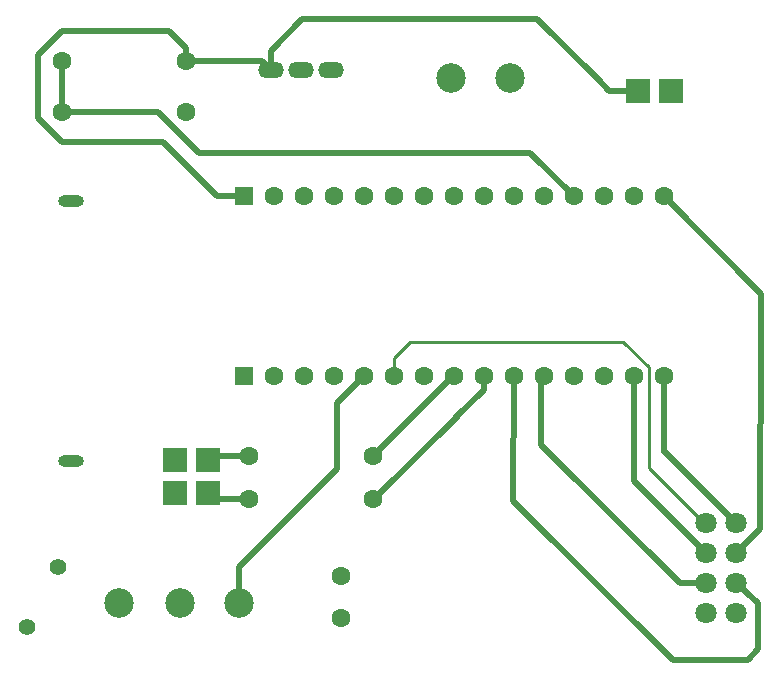
<source format=gtl>
G04 Layer: TopLayer*
G04 EasyEDA v6.5.48, 2025-03-28 08:07:08*
G04 329a1df1ed9a4316b028ac477401dd29,d846faf264e3498a955800aa56c0118d,10*
G04 Gerber Generator version 0.2*
G04 Scale: 100 percent, Rotated: No, Reflected: No *
G04 Dimensions in millimeters *
G04 leading zeros omitted , absolute positions ,4 integer and 5 decimal *
%FSLAX45Y45*%
%MOMM*%

%ADD10C,0.2540*%
%ADD11C,0.5000*%
%ADD12R,2.0000X2.0000*%
%ADD13C,1.8000*%
%ADD14C,1.6000*%
%ADD15R,1.6000X1.6000*%
%ADD16C,2.5000*%
%ADD17O,2.1999956000000003X1.3500100000000002*%
%ADD18O,2.1999956000000003X0.9999979999999999*%
%ADD19C,1.4000*%

%LPD*%
D10*
X6781800Y1473200D02*
G01*
X6642100Y1333500D01*
X6642100Y1181100D01*
X6781800Y1473200D02*
G01*
X8585200Y1473200D01*
X8801100Y1257300D01*
X8801100Y406400D01*
X9283700Y-76200D01*
D11*
X8674100Y1181100D02*
G01*
X8674354Y291592D01*
X5281168Y-736600D02*
G01*
X5334000Y-736600D01*
X5334000Y-431800D01*
X6159500Y393700D01*
X3831081Y3416300D02*
G01*
X4648200Y3416300D01*
X4991100Y3073400D01*
X7569200Y3073400D01*
X5143500Y2705100D02*
G01*
X5372100Y2705100D01*
X5600700Y3771900D02*
G01*
X5524500Y3848100D01*
X4881105Y3848100D01*
X8369300Y3694684D02*
G01*
X7860284Y4203700D01*
X5867400Y4203700D01*
X5600700Y3937000D01*
X5600700Y3771900D01*
X3831097Y3848100D02*
G01*
X3831107Y3848089D01*
X3831107Y3416300D01*
X9537700Y-317500D02*
G01*
X9740900Y-114300D01*
X8470900Y3594100D02*
G01*
X8724900Y3594100D01*
X8369300Y3694684D02*
G01*
X8469884Y3594100D01*
X8496106Y3594100D01*
X5067302Y469902D02*
G01*
X5105400Y508000D01*
X5418594Y508000D01*
X5067302Y190502D02*
G01*
X5118105Y139700D01*
X5418594Y139700D01*
X6388100Y1181100D02*
G01*
X6159500Y952500D01*
X6159500Y393700D01*
X8928100Y1181100D02*
G01*
X8930131Y544068D01*
X9537700Y-63500D02*
G01*
X8928100Y546100D01*
X9283572Y-317500D02*
G01*
X8674354Y291592D01*
X7912100Y1181100D02*
G01*
X7892557Y1161557D01*
X7892557Y603742D01*
X9283572Y-571500D02*
G01*
X9067800Y-571500D01*
X7892557Y603742D01*
X6477000Y139700D02*
G01*
X7183894Y846594D01*
X7404100Y1181100D02*
G01*
X7404100Y1066800D01*
X7173615Y836315D01*
X7162800Y825500D01*
X6468605Y508000D02*
G01*
X7141705Y1181100D01*
X7150100Y1181100D01*
X7658100Y1181100D02*
G01*
X7656322Y128778D01*
X9537700Y-571500D02*
G01*
X9728200Y-736600D01*
X9728200Y-1130300D01*
X9639300Y-1219200D01*
X9004300Y-1219200D01*
X7656322Y128778D01*
X9753600Y1651000D02*
G01*
X9740900Y-114300D01*
X8928100Y2705100D02*
G01*
X9753600Y1879600D01*
X9753600Y1651000D01*
X7569200Y3073400D02*
G01*
X7797800Y3073400D01*
X8166100Y2705100D01*
X5143500Y2705100D02*
G01*
X4686300Y3162300D01*
X3835400Y3162300D01*
X3632200Y3365500D01*
X3632200Y3898900D01*
X3835400Y4102100D01*
X4737100Y4102100D01*
X4881102Y3958097D01*
X4881102Y3848100D01*
D12*
G01*
X8712200Y3593084D03*
G01*
X5067300Y190500D03*
G01*
X4787900Y190500D03*
G01*
X4787900Y469900D03*
G01*
X5067300Y469900D03*
G01*
X8991600Y3594100D03*
D13*
G01*
X9537827Y-825245D03*
G01*
X9283572Y-825500D03*
G01*
X9537572Y-571500D03*
G01*
X9283572Y-571500D03*
G01*
X9537572Y-317500D03*
G01*
X9283572Y-317500D03*
G01*
X9537572Y-63500D03*
G01*
X9283572Y-63500D03*
D14*
G01*
X4881118Y3848100D03*
G01*
X3831107Y3848100D03*
G01*
X3831107Y3416300D03*
G01*
X4881118Y3416300D03*
G01*
X6468618Y139700D03*
G01*
X5418607Y139700D03*
G01*
X6468618Y508000D03*
G01*
X5418607Y508000D03*
D15*
G01*
X5372100Y1181100D03*
D14*
G01*
X5626100Y2705100D03*
G01*
X6134100Y2705100D03*
G01*
X6642100Y2705100D03*
G01*
X7150100Y2705100D03*
G01*
X7658100Y2705100D03*
G01*
X8166100Y2705100D03*
G01*
X8674100Y2705100D03*
G01*
X8928100Y1181100D03*
G01*
X8420100Y1181100D03*
G01*
X7912100Y1181100D03*
G01*
X7404100Y1181100D03*
G01*
X6896100Y1181100D03*
G01*
X6388100Y1181100D03*
G01*
X5880100Y1181100D03*
G01*
X5626100Y1181100D03*
G01*
X6134100Y1181100D03*
G01*
X6642100Y1181100D03*
G01*
X7150100Y1181100D03*
G01*
X7658100Y1181100D03*
G01*
X8166100Y1181100D03*
G01*
X8674100Y1181100D03*
G01*
X8928100Y2705100D03*
G01*
X8420100Y2705100D03*
G01*
X7912100Y2705100D03*
G01*
X7404100Y2705100D03*
G01*
X6896100Y2705100D03*
G01*
X6388100Y2705100D03*
G01*
X5880100Y2705100D03*
D15*
G01*
X5372100Y2705100D03*
D16*
G01*
X7128713Y3708400D03*
G01*
X7628712Y3708400D03*
G01*
X5332018Y-736600D03*
G01*
X4832019Y-736600D03*
G01*
X4319981Y-736600D03*
D17*
G01*
X6108700Y3771900D03*
G01*
X5854700Y3771900D03*
G01*
X5600700Y3771900D03*
D18*
G01*
X3911600Y2662097D03*
G01*
X3911600Y462102D03*
D19*
G01*
X3802811Y-431800D03*
G01*
X3537788Y-939800D03*
D14*
G01*
X6197600Y-860805D03*
G01*
X6197600Y-510794D03*
M02*

</source>
